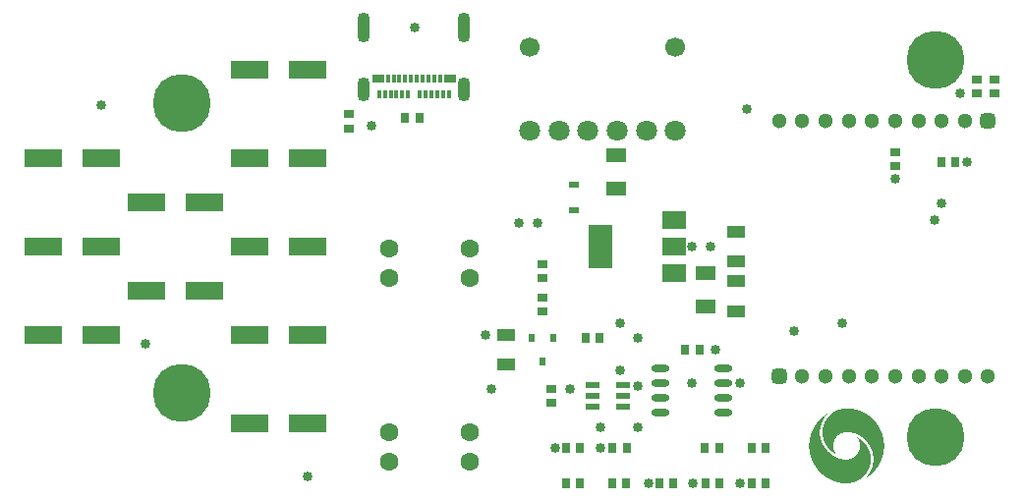
<source format=gts>
G04*
G04 #@! TF.GenerationSoftware,Altium Limited,Altium Designer,24.1.2 (44)*
G04*
G04 Layer_Color=8388736*
%FSLAX44Y44*%
%MOMM*%
G71*
G04*
G04 #@! TF.SameCoordinates,9A0184B9-0745-4BA0-A63A-3E559F80E0CB*
G04*
G04*
G04 #@! TF.FilePolarity,Negative*
G04*
G01*
G75*
%ADD16R,0.3000X0.7000*%
%ADD17R,1.0000X0.7000*%
%ADD18R,1.8000X1.3000*%
%ADD19R,1.5500X1.0000*%
%ADD20R,0.9000X0.8000*%
%ADD21R,0.6000X0.7000*%
%ADD22R,0.7500X0.8500*%
%ADD23R,2.0000X3.8000*%
%ADD24R,2.0000X1.5000*%
%ADD25R,0.8300X0.6250*%
%ADD26R,1.2200X0.6200*%
%ADD27R,0.8500X0.7500*%
%ADD28O,1.5500X0.6000*%
%ADD29R,0.8000X0.9000*%
%ADD30R,3.2000X1.6000*%
%ADD31O,1.1000X2.1000*%
%ADD32C,1.3000*%
G04:AMPARAMS|DCode=33|XSize=1.3mm|YSize=1.3mm|CornerRadius=0.325mm|HoleSize=0mm|Usage=FLASHONLY|Rotation=0.000|XOffset=0mm|YOffset=0mm|HoleType=Round|Shape=RoundedRectangle|*
%AMROUNDEDRECTD33*
21,1,1.3000,0.6500,0,0,0.0*
21,1,0.6500,1.3000,0,0,0.0*
1,1,0.6500,0.3250,-0.3250*
1,1,0.6500,-0.3250,-0.3250*
1,1,0.6500,-0.3250,0.3250*
1,1,0.6500,0.3250,0.3250*
%
%ADD33ROUNDEDRECTD33*%
%ADD34O,1.1000X2.6000*%
%ADD35C,1.6000*%
%ADD36C,5.0000*%
%ADD37C,1.7000*%
%ADD38C,1.8000*%
%ADD39C,0.8500*%
G36*
X720570Y84318D02*
X721752D01*
Y84210D01*
X722613D01*
Y84102D01*
X723258D01*
Y83995D01*
X723903D01*
Y83888D01*
X724440D01*
Y83780D01*
X724977D01*
Y83673D01*
X725515D01*
Y83565D01*
X725945D01*
Y83457D01*
X726267D01*
Y83350D01*
X726697D01*
Y83243D01*
X727128D01*
Y83135D01*
X727450D01*
Y83027D01*
X727773D01*
Y82920D01*
X728203D01*
Y82812D01*
X728525D01*
Y82705D01*
X728848D01*
Y82598D01*
X729170D01*
Y82490D01*
X729385D01*
Y82382D01*
X729707D01*
Y82275D01*
X729922D01*
Y82168D01*
X730245D01*
Y82060D01*
X730567D01*
Y81952D01*
X730782D01*
Y81845D01*
X730997D01*
Y81737D01*
X731212D01*
Y81630D01*
X731535D01*
Y81523D01*
X731750D01*
Y81415D01*
X731965D01*
Y81307D01*
X732180D01*
Y81200D01*
X732395D01*
Y81093D01*
X732610D01*
Y80985D01*
X732825D01*
Y80878D01*
X733040D01*
Y80770D01*
X733255D01*
Y80662D01*
X733470D01*
Y80555D01*
X733685D01*
Y80448D01*
X733900D01*
Y80340D01*
X734007D01*
Y80232D01*
X734222D01*
Y80125D01*
X734437D01*
Y80017D01*
X734545D01*
Y79910D01*
X734760D01*
Y79802D01*
X734975D01*
Y79695D01*
X735082D01*
Y79587D01*
X735297D01*
Y79480D01*
X735512D01*
Y79373D01*
X735620D01*
Y79265D01*
X735835D01*
Y79158D01*
X735943D01*
Y79050D01*
X736158D01*
Y78942D01*
X736265D01*
Y78835D01*
X736480D01*
Y78727D01*
X736588D01*
Y78620D01*
X736695D01*
Y78513D01*
X736910D01*
Y78405D01*
X737018D01*
Y78298D01*
X737233D01*
Y78190D01*
X737340D01*
Y78082D01*
X737448D01*
Y77975D01*
X737663D01*
Y77867D01*
X737770D01*
Y77760D01*
X737878D01*
Y77653D01*
X738092D01*
Y77545D01*
X738200D01*
Y77438D01*
X738307D01*
Y77330D01*
X738415D01*
Y77222D01*
X738630D01*
Y77115D01*
X738737D01*
Y77007D01*
X738845D01*
Y76900D01*
X738952D01*
Y76792D01*
X739060D01*
Y76685D01*
X739275D01*
Y76578D01*
X739382D01*
Y76470D01*
X739490D01*
Y76363D01*
X739597D01*
Y76255D01*
X739705D01*
Y76147D01*
X739812D01*
Y76040D01*
X739920D01*
Y75932D01*
X740027D01*
Y75825D01*
X740135D01*
Y75718D01*
X740242D01*
Y75610D01*
X740458D01*
Y75503D01*
X740565D01*
Y75395D01*
X740673D01*
Y75287D01*
X740780D01*
Y75180D01*
X740888D01*
Y75072D01*
X740995D01*
Y74965D01*
X741103D01*
Y74858D01*
X741210D01*
Y74750D01*
X741318D01*
Y74643D01*
X741425D01*
Y74535D01*
X741533D01*
Y74427D01*
X741640D01*
Y74320D01*
X741748D01*
Y74105D01*
X741855D01*
Y73998D01*
X741963D01*
Y73890D01*
X742070D01*
Y73783D01*
X742178D01*
Y73675D01*
X742285D01*
Y73568D01*
X742393D01*
Y73460D01*
X742500D01*
Y73352D01*
X742607D01*
Y73245D01*
X742715D01*
Y73137D01*
X742822D01*
Y72923D01*
X742930D01*
Y72815D01*
X743037D01*
Y72708D01*
X743145D01*
Y72600D01*
X743252D01*
Y72385D01*
X743360D01*
Y72277D01*
X743467D01*
Y72170D01*
X743575D01*
Y72063D01*
X743682D01*
Y71848D01*
X743790D01*
Y71740D01*
X743897D01*
Y71632D01*
X744005D01*
Y71525D01*
X744112D01*
Y71310D01*
X744220D01*
Y71203D01*
X744327D01*
Y70988D01*
X744435D01*
Y70880D01*
X744542D01*
Y70773D01*
X744650D01*
Y70557D01*
X744758D01*
Y70450D01*
X744865D01*
Y70235D01*
X744973D01*
Y70128D01*
X745080D01*
Y69913D01*
X745188D01*
Y69805D01*
X745295D01*
Y69590D01*
X745403D01*
Y69482D01*
X745510D01*
Y69268D01*
X745618D01*
Y69053D01*
X745725D01*
Y68945D01*
X745833D01*
Y68730D01*
X745940D01*
Y68515D01*
X746048D01*
Y68408D01*
X746155D01*
Y68193D01*
X746263D01*
Y67977D01*
X746370D01*
Y67870D01*
X746478D01*
Y67655D01*
X746585D01*
Y67440D01*
X746693D01*
Y67225D01*
X746800D01*
Y67010D01*
X746908D01*
Y66795D01*
X747015D01*
Y66580D01*
X747122D01*
Y66365D01*
X747230D01*
Y66150D01*
X747337D01*
Y65935D01*
X747445D01*
Y65720D01*
X747552D01*
Y65505D01*
X747660D01*
Y65290D01*
X747767D01*
Y64967D01*
X747875D01*
Y64752D01*
X747982D01*
Y64430D01*
X748090D01*
Y64215D01*
X748197D01*
Y64000D01*
X748305D01*
Y63678D01*
X748412D01*
Y63355D01*
X748520D01*
Y63140D01*
X748627D01*
Y62818D01*
X748735D01*
Y62495D01*
X748842D01*
Y62172D01*
X748950D01*
Y61850D01*
X749057D01*
Y61528D01*
X749165D01*
Y61097D01*
X749273D01*
Y60668D01*
X749380D01*
Y60345D01*
X749488D01*
Y59915D01*
X749595D01*
Y59485D01*
X749703D01*
Y59055D01*
X749810D01*
Y58517D01*
X749918D01*
Y57980D01*
X750025D01*
Y57335D01*
X750133D01*
Y56582D01*
X750240D01*
Y55722D01*
X750348D01*
Y54540D01*
X750455D01*
Y49810D01*
X750348D01*
Y48735D01*
X750240D01*
Y47768D01*
X750133D01*
Y47123D01*
X750025D01*
Y46477D01*
X749918D01*
Y45833D01*
X749810D01*
Y45295D01*
X749703D01*
Y44865D01*
X749595D01*
Y44435D01*
X749488D01*
Y44005D01*
X749380D01*
Y43575D01*
X749273D01*
Y43253D01*
X749165D01*
Y42930D01*
X749057D01*
Y42500D01*
X748950D01*
Y42178D01*
X748842D01*
Y41855D01*
X748735D01*
Y41533D01*
X748627D01*
Y41210D01*
X748520D01*
Y40995D01*
X748412D01*
Y40672D01*
X748305D01*
Y40565D01*
Y40458D01*
Y40350D01*
X748197D01*
Y40135D01*
X748090D01*
Y39813D01*
X747982D01*
Y39597D01*
X747875D01*
Y39275D01*
X747767D01*
Y39060D01*
X747660D01*
Y38845D01*
X747552D01*
Y38630D01*
X747445D01*
Y38415D01*
X747337D01*
Y38200D01*
X747230D01*
Y37985D01*
X747122D01*
Y37662D01*
X747015D01*
Y37448D01*
X746908D01*
Y37340D01*
X746800D01*
Y37125D01*
X746693D01*
Y36910D01*
X746585D01*
Y36695D01*
X746478D01*
Y36480D01*
X746370D01*
Y36265D01*
X746263D01*
Y36158D01*
X746155D01*
Y35942D01*
X746048D01*
Y35728D01*
X745940D01*
Y35620D01*
X745833D01*
Y35405D01*
X745725D01*
Y35190D01*
X745618D01*
Y35082D01*
X745510D01*
Y34867D01*
X745403D01*
Y34760D01*
X745295D01*
Y34545D01*
X745188D01*
Y34437D01*
X745080D01*
Y34223D01*
X744973D01*
Y34007D01*
X744865D01*
Y33900D01*
X744758D01*
Y33793D01*
X744650D01*
Y33577D01*
X744542D01*
Y33470D01*
X744435D01*
Y33363D01*
X744327D01*
Y33147D01*
X744220D01*
Y33040D01*
X744112D01*
Y32825D01*
X744005D01*
Y32717D01*
X743897D01*
Y32610D01*
X743790D01*
Y32395D01*
X743682D01*
Y32287D01*
X743575D01*
Y32180D01*
X743467D01*
Y32073D01*
X743360D01*
Y31858D01*
X743252D01*
Y31750D01*
X743145D01*
Y31642D01*
X743037D01*
Y31535D01*
X742930D01*
Y31428D01*
X742822D01*
Y31212D01*
X742715D01*
Y31105D01*
X742607D01*
Y30998D01*
X742500D01*
Y30890D01*
X742393D01*
Y30782D01*
X742285D01*
Y30675D01*
X742178D01*
Y30568D01*
X742070D01*
Y30460D01*
X741963D01*
Y30245D01*
X741855D01*
Y30138D01*
X741748D01*
Y30030D01*
X741640D01*
Y29922D01*
X741533D01*
Y29815D01*
X741425D01*
Y29708D01*
X741318D01*
Y29600D01*
X741210D01*
Y29492D01*
X741103D01*
Y29385D01*
X740995D01*
Y29278D01*
X740888D01*
Y29170D01*
X740780D01*
Y29062D01*
X740673D01*
Y28955D01*
X740565D01*
Y28847D01*
X740458D01*
Y28740D01*
X740350D01*
Y28633D01*
X740242D01*
Y28525D01*
X740135D01*
Y28417D01*
X739920D01*
Y28310D01*
X739812D01*
Y28203D01*
X739705D01*
Y28095D01*
X739597D01*
Y27987D01*
X739490D01*
Y27880D01*
X739382D01*
Y27773D01*
X739275D01*
Y27665D01*
X739167D01*
Y27557D01*
X738952D01*
Y27450D01*
X738845D01*
Y27343D01*
X738737D01*
Y27235D01*
X738630D01*
Y27127D01*
X738522D01*
Y27020D01*
X738307D01*
Y26913D01*
X738200D01*
Y26805D01*
X738092D01*
Y26697D01*
X737985D01*
Y26590D01*
X737770D01*
Y26483D01*
X737663D01*
Y26375D01*
X737555D01*
Y26267D01*
X737340D01*
Y26160D01*
X737233D01*
Y26052D01*
X737018D01*
Y25945D01*
X736910D01*
Y25838D01*
X736803D01*
Y25730D01*
X736588D01*
Y25622D01*
X736480D01*
Y25515D01*
X736265D01*
Y25408D01*
X736158D01*
Y25300D01*
X735943D01*
Y25192D01*
X735835D01*
Y25085D01*
X735620D01*
Y24978D01*
X735512D01*
Y24870D01*
X735297D01*
Y24762D01*
X735082D01*
Y24655D01*
X734975D01*
Y24548D01*
X734760D01*
Y24440D01*
X734545D01*
Y24548D01*
X734652D01*
Y24655D01*
X734760D01*
Y24762D01*
X734867D01*
Y24870D01*
X734975D01*
Y24978D01*
X735082D01*
Y25085D01*
X735190D01*
Y25192D01*
X735297D01*
Y25300D01*
X735405D01*
Y25515D01*
X735512D01*
Y25622D01*
X735620D01*
Y25730D01*
X735727D01*
Y25838D01*
X735835D01*
Y25945D01*
X735943D01*
Y26052D01*
X736050D01*
Y26267D01*
X736158D01*
Y26375D01*
X736265D01*
Y26483D01*
X736373D01*
Y26590D01*
X736480D01*
Y26805D01*
X736588D01*
Y26913D01*
X736695D01*
Y27020D01*
X736803D01*
Y27235D01*
X736910D01*
Y27343D01*
X737018D01*
Y27450D01*
X737125D01*
Y27665D01*
X737233D01*
Y27773D01*
X737340D01*
Y27987D01*
X737448D01*
Y28095D01*
X737555D01*
Y28310D01*
X737663D01*
Y28525D01*
X737770D01*
Y28633D01*
X737878D01*
Y28847D01*
X737985D01*
Y28955D01*
X738092D01*
Y29170D01*
X738200D01*
Y29385D01*
X738307D01*
Y29600D01*
X738415D01*
Y29815D01*
X738522D01*
Y29922D01*
X738630D01*
Y30138D01*
X738737D01*
Y30352D01*
X738845D01*
Y30568D01*
X738952D01*
Y30782D01*
X739060D01*
Y30998D01*
X739167D01*
Y31212D01*
X739275D01*
Y31535D01*
X739382D01*
Y31750D01*
X739490D01*
Y32073D01*
X739597D01*
Y32287D01*
X739705D01*
Y32610D01*
X739812D01*
Y32825D01*
X739920D01*
Y33147D01*
X740027D01*
Y33470D01*
X740135D01*
Y33793D01*
X740242D01*
Y34223D01*
X740350D01*
Y34545D01*
X740458D01*
Y34975D01*
X740565D01*
Y35405D01*
X740673D01*
Y35835D01*
X740780D01*
Y36372D01*
X740888D01*
Y37018D01*
X740995D01*
Y37770D01*
X741103D01*
Y38845D01*
X741210D01*
Y42607D01*
X741103D01*
Y43682D01*
X740995D01*
Y44328D01*
X740888D01*
Y44973D01*
X740780D01*
Y45510D01*
X740673D01*
Y45940D01*
X740565D01*
Y46370D01*
X740458D01*
Y46693D01*
X740350D01*
Y47123D01*
X740242D01*
Y47445D01*
X740135D01*
Y47768D01*
X740027D01*
Y48090D01*
X739920D01*
Y48412D01*
X739812D01*
Y48628D01*
X739705D01*
Y48950D01*
X739597D01*
Y49165D01*
X739490D01*
Y49488D01*
X739382D01*
Y49703D01*
X739275D01*
Y49917D01*
X739167D01*
Y50132D01*
X739060D01*
Y50347D01*
X738952D01*
Y50563D01*
X738845D01*
Y50778D01*
X738737D01*
Y50992D01*
X738630D01*
Y51207D01*
X738522D01*
Y51423D01*
X738415D01*
Y51638D01*
X738307D01*
Y51852D01*
X738200D01*
Y51960D01*
X738092D01*
Y52175D01*
X737985D01*
Y52390D01*
X737878D01*
Y52498D01*
X737770D01*
Y52712D01*
X737663D01*
Y52820D01*
X737555D01*
Y53035D01*
X737448D01*
Y53142D01*
X737340D01*
Y53358D01*
X737233D01*
Y53465D01*
X737125D01*
Y53680D01*
X737018D01*
Y53787D01*
X736910D01*
Y53895D01*
X736803D01*
Y54110D01*
X736695D01*
Y54218D01*
X736588D01*
Y54433D01*
X736480D01*
Y54540D01*
X736373D01*
Y54647D01*
X736265D01*
Y54862D01*
X736158D01*
Y54970D01*
X736050D01*
Y55078D01*
X735943D01*
Y55185D01*
X735835D01*
Y55293D01*
X735727D01*
Y55507D01*
X735620D01*
Y55615D01*
X735512D01*
Y55722D01*
X735405D01*
Y55830D01*
X735297D01*
Y55938D01*
X735190D01*
Y56153D01*
X735082D01*
Y56260D01*
X734975D01*
Y56368D01*
X734867D01*
Y56475D01*
X734760D01*
Y56582D01*
X734652D01*
Y56690D01*
X734545D01*
Y56797D01*
X734437D01*
Y56905D01*
X734330D01*
Y57013D01*
X734222D01*
Y57120D01*
X734115D01*
Y57228D01*
X734007D01*
Y57335D01*
X733900D01*
Y57442D01*
X733792D01*
Y57550D01*
X733685D01*
Y57657D01*
X733577D01*
Y57765D01*
X733470D01*
Y57873D01*
X733363D01*
Y57980D01*
X733255D01*
Y58088D01*
X733040D01*
Y58195D01*
X732933D01*
Y58302D01*
X732825D01*
Y58410D01*
X732718D01*
Y58517D01*
X732610D01*
Y58625D01*
X732503D01*
Y58733D01*
X732288D01*
Y58840D01*
X732180D01*
Y58948D01*
X732073D01*
Y59055D01*
X731965D01*
Y59163D01*
X731858D01*
Y59270D01*
X731643D01*
Y59377D01*
X731535D01*
Y59485D01*
X731320D01*
Y59592D01*
X731212D01*
Y59700D01*
X731105D01*
Y59808D01*
X730890D01*
Y59915D01*
X730782D01*
Y60023D01*
X730675D01*
Y60130D01*
X730460D01*
Y60237D01*
X730352D01*
Y60345D01*
X730137D01*
Y60452D01*
X730030D01*
Y60560D01*
X729815D01*
Y60668D01*
X729707D01*
Y60775D01*
X729492D01*
Y60883D01*
X729385D01*
Y60990D01*
X729170D01*
Y61097D01*
X728955D01*
Y61205D01*
X728740D01*
Y61312D01*
X728633D01*
Y61420D01*
X728418D01*
Y61528D01*
X728203D01*
Y61635D01*
X727988D01*
Y61743D01*
X727773D01*
Y61850D01*
X727558D01*
Y61958D01*
X727343D01*
Y62065D01*
X727128D01*
Y62172D01*
X726913D01*
Y62280D01*
X726697D01*
Y62387D01*
X726375D01*
Y62495D01*
X726160D01*
Y62603D01*
X725837D01*
Y62710D01*
X725622D01*
Y62818D01*
X725300D01*
Y62925D01*
X725085D01*
Y63032D01*
X724762D01*
Y63140D01*
X724440D01*
Y63247D01*
X724010D01*
Y63355D01*
X723688D01*
Y63463D01*
X723258D01*
Y63570D01*
X722828D01*
Y63678D01*
X722290D01*
Y63785D01*
X721752D01*
Y63892D01*
X721000D01*
Y64000D01*
X719495D01*
Y64107D01*
X718420D01*
Y64000D01*
X717022D01*
Y63892D01*
X716270D01*
Y63785D01*
X715732D01*
Y63678D01*
X715410D01*
Y63570D01*
X714980D01*
Y63463D01*
X714658D01*
Y63355D01*
X714335D01*
Y63247D01*
X714013D01*
Y63140D01*
X713798D01*
Y63032D01*
X713583D01*
Y62925D01*
X713260D01*
Y62818D01*
X713045D01*
Y62710D01*
X712830D01*
Y62603D01*
X712722D01*
Y62495D01*
X712507D01*
Y62387D01*
X712292D01*
Y62280D01*
X712185D01*
Y62172D01*
X711970D01*
Y62065D01*
X711755D01*
Y61958D01*
X711647D01*
Y61850D01*
X711540D01*
Y61743D01*
X711325D01*
Y61635D01*
X711217D01*
Y61528D01*
X711110D01*
Y61420D01*
X710895D01*
Y61312D01*
X710788D01*
Y61205D01*
X710680D01*
Y61097D01*
X710573D01*
Y60990D01*
X710465D01*
Y60883D01*
X710358D01*
Y60775D01*
X710250D01*
Y60668D01*
X710143D01*
Y60560D01*
X710035D01*
Y60452D01*
X709928D01*
Y60345D01*
X709820D01*
Y60237D01*
X709713D01*
Y60130D01*
X709605D01*
Y60023D01*
X709498D01*
Y59808D01*
X709390D01*
Y59700D01*
X709283D01*
Y59592D01*
X709175D01*
Y59485D01*
X709068D01*
Y59270D01*
X708960D01*
Y59163D01*
X708852D01*
Y58948D01*
X708745D01*
Y58840D01*
X708637D01*
Y58625D01*
X708530D01*
Y58517D01*
X708422D01*
Y58302D01*
X708315D01*
Y58088D01*
X708207D01*
Y57873D01*
X708100D01*
Y57657D01*
X707992D01*
Y57442D01*
X707885D01*
Y57228D01*
X707777D01*
Y57013D01*
X707670D01*
Y56797D01*
X707562D01*
Y56475D01*
X707455D01*
Y56260D01*
X707347D01*
Y55938D01*
X707240D01*
Y55615D01*
X707132D01*
Y55185D01*
X707025D01*
Y54862D01*
X706917D01*
Y54218D01*
X706810D01*
Y53680D01*
X706702D01*
Y50455D01*
X706810D01*
Y49810D01*
X706917D01*
Y49380D01*
X707025D01*
Y48950D01*
X707132D01*
Y48628D01*
X707240D01*
Y48305D01*
X707347D01*
Y47983D01*
X707455D01*
Y47768D01*
X707562D01*
Y47445D01*
X707670D01*
Y47230D01*
X707777D01*
Y47015D01*
X707885D01*
Y46800D01*
X707992D01*
Y46585D01*
X708100D01*
Y46370D01*
X708207D01*
Y46262D01*
X708315D01*
Y46048D01*
X708422D01*
Y45833D01*
X708530D01*
Y45725D01*
X708637D01*
Y45510D01*
X708745D01*
Y45402D01*
X708852D01*
Y45295D01*
X708960D01*
Y45080D01*
X709068D01*
Y44973D01*
X709175D01*
Y44865D01*
X709283D01*
Y44757D01*
X709068D01*
Y44865D01*
X708960D01*
Y44973D01*
X708745D01*
Y45080D01*
X708530D01*
Y45188D01*
X708315D01*
Y45295D01*
X708207D01*
Y45402D01*
X707992D01*
Y45510D01*
X707777D01*
Y45617D01*
X707670D01*
Y45725D01*
X707455D01*
Y45833D01*
X707347D01*
Y45940D01*
X707132D01*
Y46048D01*
X707025D01*
Y46155D01*
X706810D01*
Y46262D01*
X706702D01*
Y46370D01*
X706595D01*
Y46477D01*
X706380D01*
Y46585D01*
X706273D01*
Y46693D01*
X706165D01*
Y46800D01*
X706058D01*
Y46908D01*
X705843D01*
Y47015D01*
X705735D01*
Y47123D01*
X705628D01*
Y47230D01*
X705520D01*
Y47337D01*
X705305D01*
Y47445D01*
X705198D01*
Y47552D01*
X705090D01*
Y47660D01*
X704983D01*
Y47768D01*
X704875D01*
Y47875D01*
X704768D01*
Y47983D01*
X704660D01*
Y48090D01*
X704445D01*
Y48197D01*
X704337D01*
Y48305D01*
X704230D01*
Y48412D01*
X704122D01*
Y48520D01*
X704015D01*
Y48628D01*
X703907D01*
Y48735D01*
X703800D01*
Y48843D01*
X703692D01*
Y48950D01*
X703585D01*
Y49057D01*
X703477D01*
Y49165D01*
X703370D01*
Y49272D01*
X703262D01*
Y49380D01*
X703155D01*
Y49488D01*
X703047D01*
Y49595D01*
X702940D01*
Y49810D01*
X702832D01*
Y49917D01*
X702725D01*
Y50025D01*
X702617D01*
Y50132D01*
X702510D01*
Y50240D01*
X702402D01*
Y50347D01*
X702295D01*
Y50563D01*
X702188D01*
Y50670D01*
X702080D01*
Y50778D01*
X701973D01*
Y50885D01*
X701865D01*
Y51100D01*
X701758D01*
Y51207D01*
X701650D01*
Y51315D01*
X701543D01*
Y51530D01*
X701435D01*
Y51638D01*
X701328D01*
Y51745D01*
X701220D01*
Y51960D01*
X701113D01*
Y52067D01*
X701005D01*
Y52283D01*
X700898D01*
Y52390D01*
X700790D01*
Y52605D01*
X700683D01*
Y52712D01*
X700575D01*
Y52927D01*
X700468D01*
Y53035D01*
X700360D01*
Y53250D01*
X700253D01*
Y53465D01*
X700145D01*
Y53680D01*
X700038D01*
Y53787D01*
X699930D01*
Y54002D01*
X699822D01*
Y54218D01*
X699715D01*
Y54433D01*
X699607D01*
Y54647D01*
X699500D01*
Y54862D01*
X699392D01*
Y55078D01*
X699285D01*
Y55293D01*
X699177D01*
Y55507D01*
X699070D01*
Y55722D01*
X698962D01*
Y56045D01*
X698855D01*
Y56260D01*
X698747D01*
Y56582D01*
X698640D01*
Y56797D01*
X698532D01*
Y57120D01*
X698425D01*
Y57442D01*
X698317D01*
Y57765D01*
X698210D01*
Y58195D01*
X698102D01*
Y58517D01*
X697995D01*
Y58948D01*
X697887D01*
Y59377D01*
X697780D01*
Y59915D01*
X697673D01*
Y60668D01*
X697565D01*
Y61420D01*
X697458D01*
Y62925D01*
X697350D01*
Y64107D01*
X697458D01*
Y65720D01*
X697565D01*
Y66580D01*
X697673D01*
Y67225D01*
X697780D01*
Y67762D01*
X697887D01*
Y68300D01*
X697995D01*
Y68730D01*
X698102D01*
Y69160D01*
X698210D01*
Y69482D01*
X698317D01*
Y69805D01*
X698425D01*
Y70235D01*
X698532D01*
Y70557D01*
X698640D01*
Y70773D01*
X698747D01*
Y71095D01*
X698855D01*
Y71417D01*
X698962D01*
Y71632D01*
X699070D01*
Y71955D01*
X699177D01*
Y72170D01*
X699285D01*
Y72385D01*
X699392D01*
Y72600D01*
X699500D01*
Y72815D01*
X699607D01*
Y73030D01*
X699715D01*
Y73245D01*
X699822D01*
Y73460D01*
X699930D01*
Y73675D01*
X700038D01*
Y73890D01*
X700145D01*
Y74105D01*
X700253D01*
Y74212D01*
X700360D01*
Y74427D01*
X700468D01*
Y74643D01*
X700575D01*
Y74750D01*
X700683D01*
Y74965D01*
X700790D01*
Y75072D01*
X700898D01*
Y75287D01*
X701005D01*
Y75395D01*
X701113D01*
Y75610D01*
X701220D01*
Y75718D01*
X701328D01*
Y75932D01*
X701435D01*
Y76040D01*
X701543D01*
Y76147D01*
X701650D01*
Y76363D01*
X701758D01*
Y76470D01*
X701865D01*
Y76578D01*
X701973D01*
Y76792D01*
X702080D01*
Y76900D01*
X702188D01*
Y77007D01*
X702295D01*
Y77115D01*
X702402D01*
Y77222D01*
X702510D01*
Y77438D01*
X702617D01*
Y77545D01*
X702725D01*
Y77653D01*
X702832D01*
Y77760D01*
X702940D01*
Y77867D01*
X703047D01*
Y77975D01*
X703155D01*
Y78082D01*
X703262D01*
Y78190D01*
X703370D01*
Y78298D01*
X703477D01*
Y78405D01*
X703585D01*
Y78513D01*
X703692D01*
Y78620D01*
X703800D01*
Y78727D01*
X703907D01*
Y78835D01*
X704015D01*
Y78942D01*
X704122D01*
Y79050D01*
X704230D01*
Y79158D01*
X704337D01*
Y79265D01*
X704445D01*
Y79373D01*
X704660D01*
Y79480D01*
X704768D01*
Y79587D01*
X704875D01*
Y79695D01*
X704983D01*
Y79802D01*
X705090D01*
Y79910D01*
X705305D01*
Y80017D01*
X705413D01*
Y80125D01*
X705520D01*
Y80232D01*
X705628D01*
Y80340D01*
X705843D01*
Y80448D01*
X705950D01*
Y80555D01*
X706165D01*
Y80662D01*
X706273D01*
Y80770D01*
X706380D01*
Y80878D01*
X706595D01*
Y80985D01*
X706702D01*
Y81093D01*
X706917D01*
Y81200D01*
X707132D01*
Y81307D01*
X707240D01*
Y81415D01*
X707455D01*
Y81523D01*
X707562D01*
Y81630D01*
X707777D01*
Y81737D01*
X707992D01*
Y81845D01*
X708207D01*
Y81952D01*
X708422D01*
Y82060D01*
X708637D01*
Y82168D01*
X708852D01*
Y82275D01*
X709068D01*
Y82382D01*
X709283D01*
Y82490D01*
X709498D01*
Y82598D01*
X709713D01*
Y82705D01*
X709928D01*
Y82812D01*
X710250D01*
Y82920D01*
X710465D01*
Y83027D01*
X710788D01*
Y83135D01*
X711110D01*
Y83243D01*
X711325D01*
Y83350D01*
X711755D01*
Y83457D01*
X712077D01*
Y83565D01*
X712400D01*
Y83673D01*
X712830D01*
Y83780D01*
X713260D01*
Y83888D01*
X713690D01*
Y83995D01*
X714335D01*
Y84102D01*
X714873D01*
Y84210D01*
X715625D01*
Y84318D01*
X716700D01*
Y84425D01*
X720570D01*
Y84318D01*
D02*
G37*
G36*
X701865Y79802D02*
X701758D01*
Y79695D01*
X701650D01*
Y79587D01*
X701543D01*
Y79480D01*
X701435D01*
Y79373D01*
X701328D01*
Y79265D01*
X701220D01*
Y79050D01*
X701113D01*
Y78942D01*
X701005D01*
Y78835D01*
X700898D01*
Y78727D01*
X700790D01*
Y78620D01*
X700683D01*
Y78513D01*
X700575D01*
Y78405D01*
X700468D01*
Y78190D01*
X700360D01*
Y78082D01*
X700253D01*
Y77975D01*
X700145D01*
Y77867D01*
X700038D01*
Y77653D01*
X699930D01*
Y77545D01*
X699822D01*
Y77438D01*
X699715D01*
Y77222D01*
X699607D01*
Y77115D01*
X699500D01*
Y77007D01*
X699392D01*
Y76792D01*
X699285D01*
Y76685D01*
X699177D01*
Y76470D01*
X699070D01*
Y76363D01*
X698962D01*
Y76147D01*
X698855D01*
Y76040D01*
X698747D01*
Y75825D01*
X698640D01*
Y75610D01*
X698532D01*
Y75503D01*
X698425D01*
Y75287D01*
X698317D01*
Y75072D01*
X698210D01*
Y74965D01*
X698102D01*
Y74750D01*
X697995D01*
Y74535D01*
X697887D01*
Y74320D01*
X697780D01*
Y74105D01*
X697673D01*
Y73890D01*
X697565D01*
Y73675D01*
X697458D01*
Y73460D01*
X697350D01*
Y73245D01*
X697243D01*
Y73030D01*
X697135D01*
Y72815D01*
X697028D01*
Y72492D01*
X696920D01*
Y72277D01*
X696813D01*
Y71955D01*
X696705D01*
Y71740D01*
X696598D01*
Y71417D01*
X696490D01*
Y71095D01*
X696383D01*
Y70773D01*
X696275D01*
Y70450D01*
X696168D01*
Y70020D01*
X696060D01*
Y69697D01*
X695953D01*
Y69268D01*
X695845D01*
Y68837D01*
X695738D01*
Y68408D01*
X695630D01*
Y67762D01*
X695523D01*
Y67225D01*
X695415D01*
Y66365D01*
X695307D01*
Y65182D01*
X695200D01*
Y62065D01*
X695307D01*
Y60883D01*
X695415D01*
Y60130D01*
X695523D01*
Y59485D01*
X695630D01*
Y58948D01*
X695738D01*
Y58517D01*
X695845D01*
Y58088D01*
X695953D01*
Y57657D01*
X696060D01*
Y57228D01*
X696168D01*
Y56905D01*
X696275D01*
Y56582D01*
X696383D01*
Y56260D01*
X696490D01*
Y56045D01*
X696598D01*
Y55722D01*
X696705D01*
Y55400D01*
X696813D01*
Y55185D01*
X696920D01*
Y54970D01*
X697028D01*
Y54647D01*
X697135D01*
Y54433D01*
X697243D01*
Y54218D01*
X697350D01*
Y54002D01*
X697458D01*
Y53787D01*
X697565D01*
Y53573D01*
X697673D01*
Y53358D01*
X697780D01*
Y53142D01*
X697887D01*
Y52927D01*
X697995D01*
Y52712D01*
X698102D01*
Y52605D01*
X698210D01*
Y52390D01*
X698317D01*
Y52175D01*
X698425D01*
Y52067D01*
X698532D01*
Y51852D01*
X698640D01*
Y51638D01*
X698747D01*
Y51530D01*
X698855D01*
Y51315D01*
X698962D01*
Y51207D01*
X699070D01*
Y50992D01*
X699177D01*
Y50885D01*
X699285D01*
Y50778D01*
X699392D01*
Y50563D01*
X699500D01*
Y50455D01*
X699607D01*
Y50240D01*
X699715D01*
Y50132D01*
X699822D01*
Y49917D01*
X699930D01*
Y49810D01*
X700038D01*
Y49703D01*
X700145D01*
Y49488D01*
X700253D01*
Y49380D01*
X700360D01*
Y49272D01*
X700468D01*
Y49165D01*
X700575D01*
Y49057D01*
X700683D01*
Y48843D01*
X700790D01*
Y48735D01*
X700898D01*
Y48628D01*
X701005D01*
Y48520D01*
X701113D01*
Y48412D01*
X701220D01*
Y48305D01*
X701328D01*
Y48090D01*
X701435D01*
Y47983D01*
X701543D01*
Y47875D01*
X701650D01*
Y47768D01*
X701758D01*
Y47660D01*
X701865D01*
Y47552D01*
X701973D01*
Y47445D01*
X702080D01*
Y47337D01*
X702188D01*
Y47230D01*
X702295D01*
Y47123D01*
X702402D01*
Y47015D01*
X702510D01*
Y46908D01*
X702617D01*
Y46800D01*
X702725D01*
Y46693D01*
X702832D01*
Y46585D01*
X702940D01*
Y46477D01*
X703047D01*
Y46370D01*
X703155D01*
Y46262D01*
X703370D01*
Y46155D01*
X703477D01*
Y46048D01*
X703585D01*
Y45940D01*
X703692D01*
Y45833D01*
X703800D01*
Y45725D01*
X703907D01*
Y45617D01*
X704122D01*
Y45510D01*
X704230D01*
Y45402D01*
X704337D01*
Y45295D01*
X704445D01*
Y45188D01*
X704553D01*
Y45080D01*
X704768D01*
Y44973D01*
X704875D01*
Y44865D01*
X704983D01*
Y44757D01*
X705198D01*
Y44650D01*
X705305D01*
Y44542D01*
X705520D01*
Y44435D01*
X705628D01*
Y44328D01*
X705735D01*
Y44220D01*
X705950D01*
Y44113D01*
X706058D01*
Y44005D01*
X706273D01*
Y43898D01*
X706380D01*
Y43790D01*
X706595D01*
Y43682D01*
X706702D01*
Y43575D01*
X706917D01*
Y43467D01*
X707025D01*
Y43360D01*
X707240D01*
Y43253D01*
X707455D01*
Y43145D01*
X707670D01*
Y43038D01*
X707777D01*
Y42930D01*
X707992D01*
Y42822D01*
X708207D01*
Y42715D01*
X708422D01*
Y42607D01*
X708637D01*
Y42500D01*
X708852D01*
Y42393D01*
X709068D01*
Y42285D01*
X709283D01*
Y42178D01*
X709498D01*
Y42070D01*
X709713D01*
Y41962D01*
X709928D01*
Y41855D01*
X710250D01*
Y41747D01*
X710465D01*
Y41640D01*
X710788D01*
Y41533D01*
X711003D01*
Y41425D01*
X711325D01*
Y41318D01*
X711647D01*
Y41210D01*
X711970D01*
Y41102D01*
X712400D01*
Y40995D01*
X712722D01*
Y40887D01*
X713152D01*
Y40780D01*
X713583D01*
Y40672D01*
X714120D01*
Y40565D01*
X714658D01*
Y40458D01*
X715410D01*
Y40350D01*
X716485D01*
Y40243D01*
X718420D01*
Y40350D01*
X719495D01*
Y40458D01*
X720140D01*
Y40565D01*
X720677D01*
Y40672D01*
X721107D01*
Y40780D01*
X721430D01*
Y40887D01*
X721752D01*
Y40995D01*
X722182D01*
Y41102D01*
X722398D01*
Y41210D01*
X722613D01*
Y41318D01*
X722935D01*
Y41425D01*
X723150D01*
Y41533D01*
X723365D01*
Y41640D01*
X723580D01*
Y41747D01*
X723795D01*
Y41855D01*
X724010D01*
Y41962D01*
X724118D01*
Y42070D01*
X724333D01*
Y42178D01*
X724548D01*
Y42285D01*
X724655D01*
Y42393D01*
X724762D01*
Y42500D01*
X724977D01*
Y42607D01*
X725085D01*
Y42715D01*
X725192D01*
Y42822D01*
X725407D01*
Y42930D01*
X725515D01*
Y43038D01*
X725622D01*
Y43145D01*
X725730D01*
Y43253D01*
X725837D01*
Y43360D01*
X725945D01*
Y43467D01*
X726052D01*
Y43575D01*
X726160D01*
Y43682D01*
X726267D01*
Y43790D01*
X726375D01*
Y43898D01*
X726482D01*
Y44005D01*
X726590D01*
Y44113D01*
X726697D01*
Y44220D01*
X726805D01*
Y44328D01*
X726913D01*
Y44435D01*
X727020D01*
Y44650D01*
X727128D01*
Y44757D01*
X727235D01*
Y44865D01*
X727343D01*
Y44973D01*
X727450D01*
Y45188D01*
X727558D01*
Y45295D01*
X727665D01*
Y45510D01*
X727773D01*
Y45617D01*
X727880D01*
Y45833D01*
X727988D01*
Y45940D01*
X728095D01*
Y46155D01*
X728203D01*
Y46370D01*
X728310D01*
Y46585D01*
X728418D01*
Y46800D01*
X728525D01*
Y47015D01*
X728633D01*
Y47230D01*
X728740D01*
Y47552D01*
X728848D01*
Y47768D01*
X728955D01*
Y48090D01*
X729062D01*
Y48305D01*
X729170D01*
Y48628D01*
X729277D01*
Y49057D01*
X729385D01*
Y49488D01*
X729492D01*
Y50025D01*
X729600D01*
Y50563D01*
X729707D01*
Y51638D01*
X729815D01*
Y53035D01*
X729707D01*
Y54110D01*
X729600D01*
Y54647D01*
X729492D01*
Y55078D01*
X729385D01*
Y55507D01*
X729277D01*
Y55830D01*
X729170D01*
Y56153D01*
X729062D01*
Y56368D01*
X728955D01*
Y56690D01*
X728848D01*
Y56905D01*
X728740D01*
Y57120D01*
X728633D01*
Y57335D01*
X728525D01*
Y57550D01*
X728418D01*
Y57765D01*
X728310D01*
Y57980D01*
X728203D01*
Y58088D01*
X728095D01*
Y58302D01*
X727988D01*
Y58517D01*
X727880D01*
Y58625D01*
X727773D01*
Y58840D01*
X727665D01*
Y58948D01*
X727558D01*
Y59055D01*
X727450D01*
Y59270D01*
X727343D01*
Y59377D01*
X727235D01*
Y59485D01*
X727128D01*
Y59592D01*
X727343D01*
Y59485D01*
X727450D01*
Y59377D01*
X727665D01*
Y59270D01*
X727880D01*
Y59163D01*
X728095D01*
Y59055D01*
X728203D01*
Y58948D01*
X728418D01*
Y58840D01*
X728525D01*
Y58733D01*
X728740D01*
Y58625D01*
X728848D01*
Y58517D01*
X729062D01*
Y58410D01*
X729170D01*
Y58302D01*
X729385D01*
Y58195D01*
X729492D01*
Y58088D01*
X729707D01*
Y57980D01*
X729815D01*
Y57873D01*
X729922D01*
Y57765D01*
X730137D01*
Y57657D01*
X730245D01*
Y57550D01*
X730352D01*
Y57442D01*
X730567D01*
Y57335D01*
X730675D01*
Y57228D01*
X730782D01*
Y57120D01*
X730890D01*
Y57013D01*
X731105D01*
Y56905D01*
X731212D01*
Y56797D01*
X731320D01*
Y56690D01*
X731428D01*
Y56582D01*
X731535D01*
Y56475D01*
X731643D01*
Y56368D01*
X731750D01*
Y56260D01*
X731965D01*
Y56153D01*
X732073D01*
Y56045D01*
X732180D01*
Y55938D01*
X732288D01*
Y55830D01*
X732395D01*
Y55722D01*
X732503D01*
Y55615D01*
X732610D01*
Y55507D01*
X732718D01*
Y55400D01*
X732825D01*
Y55293D01*
X732933D01*
Y55185D01*
X733040D01*
Y55078D01*
X733148D01*
Y54970D01*
X733255D01*
Y54862D01*
X733363D01*
Y54755D01*
X733470D01*
Y54540D01*
X733577D01*
Y54433D01*
X733685D01*
Y54325D01*
X733792D01*
Y54218D01*
X733900D01*
Y54110D01*
X734007D01*
Y54002D01*
X734115D01*
Y53787D01*
X734222D01*
Y53680D01*
X734330D01*
Y53573D01*
X734437D01*
Y53465D01*
X734545D01*
Y53250D01*
X734652D01*
Y53142D01*
X734760D01*
Y53035D01*
X734867D01*
Y52820D01*
X734975D01*
Y52712D01*
X735082D01*
Y52605D01*
X735190D01*
Y52390D01*
X735297D01*
Y52283D01*
X735405D01*
Y52067D01*
X735512D01*
Y51960D01*
X735620D01*
Y51745D01*
X735727D01*
Y51638D01*
X735835D01*
Y51423D01*
X735943D01*
Y51315D01*
X736050D01*
Y51100D01*
X736158D01*
Y50885D01*
X736265D01*
Y50778D01*
X736373D01*
Y50563D01*
X736480D01*
Y50347D01*
X736588D01*
Y50132D01*
X736695D01*
Y49917D01*
X736803D01*
Y49810D01*
X736910D01*
Y49488D01*
X737018D01*
Y49272D01*
X737125D01*
Y49057D01*
X737233D01*
Y48843D01*
X737340D01*
Y48628D01*
X737448D01*
Y48305D01*
X737555D01*
Y48090D01*
X737663D01*
Y47875D01*
X737770D01*
Y47552D01*
X737878D01*
Y47230D01*
X737985D01*
Y46908D01*
X738092D01*
Y46585D01*
X738200D01*
Y46262D01*
X738307D01*
Y45833D01*
X738415D01*
Y45510D01*
X738522D01*
Y44973D01*
X738630D01*
Y44435D01*
X738737D01*
Y43898D01*
X738845D01*
Y43038D01*
X738952D01*
Y41747D01*
X739060D01*
Y39813D01*
X738952D01*
Y38523D01*
X738845D01*
Y37662D01*
X738737D01*
Y37018D01*
X738630D01*
Y36480D01*
X738522D01*
Y35942D01*
X738415D01*
Y35512D01*
X738307D01*
Y35082D01*
X738200D01*
Y34760D01*
X738092D01*
Y34437D01*
X737985D01*
Y34115D01*
X737878D01*
Y33793D01*
X737770D01*
Y33470D01*
X737663D01*
Y33147D01*
X737555D01*
Y32933D01*
X737448D01*
Y32610D01*
X737340D01*
Y32395D01*
X737233D01*
Y32180D01*
X737125D01*
Y31965D01*
X737018D01*
Y31750D01*
X736910D01*
Y31428D01*
X736803D01*
Y31212D01*
X736695D01*
Y30998D01*
X736588D01*
Y30890D01*
X736480D01*
Y30675D01*
X736373D01*
Y30460D01*
X736265D01*
Y30245D01*
X736158D01*
Y30030D01*
X736050D01*
Y29922D01*
X735943D01*
Y29708D01*
X735835D01*
Y29492D01*
X735727D01*
Y29385D01*
X735620D01*
Y29170D01*
X735512D01*
Y29062D01*
X735405D01*
Y28847D01*
X735297D01*
Y28740D01*
X735190D01*
Y28525D01*
X735082D01*
Y28417D01*
X734975D01*
Y28310D01*
X734867D01*
Y28095D01*
X734760D01*
Y27987D01*
X734652D01*
Y27880D01*
X734545D01*
Y27665D01*
X734437D01*
Y27557D01*
X734330D01*
Y27450D01*
X734222D01*
Y27343D01*
X734115D01*
Y27235D01*
X734007D01*
Y27020D01*
X733900D01*
Y26913D01*
X733792D01*
Y26805D01*
X733685D01*
Y26697D01*
X733577D01*
Y26590D01*
X733470D01*
Y26483D01*
X733363D01*
Y26375D01*
X733255D01*
Y26267D01*
X733148D01*
Y26160D01*
X733040D01*
Y26052D01*
X732933D01*
Y25945D01*
X732825D01*
Y25838D01*
X732718D01*
Y25730D01*
X732610D01*
Y25622D01*
X732503D01*
Y25515D01*
X732395D01*
Y25408D01*
X732288D01*
Y25300D01*
X732180D01*
Y25192D01*
X732073D01*
Y25085D01*
X731965D01*
Y24978D01*
X731858D01*
Y24870D01*
X731750D01*
Y24762D01*
X731643D01*
Y24655D01*
X731428D01*
Y24548D01*
X731320D01*
Y24440D01*
X731212D01*
Y24332D01*
X731105D01*
Y24225D01*
X730890D01*
Y24118D01*
X730782D01*
Y24010D01*
X730675D01*
Y23902D01*
X730460D01*
Y23795D01*
X730352D01*
Y23688D01*
X730137D01*
Y23580D01*
X730030D01*
Y23472D01*
X729922D01*
Y23365D01*
X729707D01*
Y23258D01*
X729492D01*
Y23150D01*
X729385D01*
Y23043D01*
X729170D01*
Y22935D01*
X729062D01*
Y22827D01*
X728848D01*
Y22720D01*
X728633D01*
Y22613D01*
X728418D01*
Y22505D01*
X728310D01*
Y22397D01*
X728095D01*
Y22290D01*
X727880D01*
Y22183D01*
X727665D01*
Y22075D01*
X727450D01*
Y21967D01*
X727235D01*
Y21860D01*
X727020D01*
Y21753D01*
X726697D01*
Y21645D01*
X726482D01*
Y21537D01*
X726267D01*
Y21430D01*
X725945D01*
Y21323D01*
X725622D01*
Y21215D01*
X725407D01*
Y21107D01*
X725085D01*
Y21000D01*
X724762D01*
Y20893D01*
X724440D01*
Y20785D01*
X724010D01*
Y20677D01*
X723688D01*
Y20570D01*
X723258D01*
Y20463D01*
X722720D01*
Y20355D01*
X722182D01*
Y20247D01*
X721645D01*
Y20140D01*
X720892D01*
Y20032D01*
X719818D01*
Y19925D01*
X715732D01*
Y20032D01*
X714550D01*
Y20140D01*
X713798D01*
Y20247D01*
X713045D01*
Y20355D01*
X712400D01*
Y20463D01*
X711862D01*
Y20570D01*
X711432D01*
Y20677D01*
X710895D01*
Y20785D01*
X710465D01*
Y20893D01*
X710035D01*
Y21000D01*
X709605D01*
Y21107D01*
X709175D01*
Y21215D01*
X708852D01*
Y21323D01*
X708530D01*
Y21430D01*
X708207D01*
Y21537D01*
X707885D01*
Y21645D01*
X707562D01*
Y21753D01*
X707240D01*
Y21860D01*
X707025D01*
Y21967D01*
X706702D01*
Y22075D01*
X706380D01*
Y22183D01*
X706165D01*
Y22290D01*
X705843D01*
Y22397D01*
X705628D01*
Y22505D01*
X705413D01*
Y22613D01*
X705090D01*
Y22720D01*
X704875D01*
Y22827D01*
X704660D01*
Y22935D01*
X704445D01*
Y23043D01*
X704230D01*
Y23150D01*
X704015D01*
Y23258D01*
X703800D01*
Y23365D01*
X703585D01*
Y23472D01*
X703370D01*
Y23580D01*
X703155D01*
Y23688D01*
X702940D01*
Y23795D01*
X702725D01*
Y23902D01*
X702510D01*
Y24010D01*
X702402D01*
Y24118D01*
X702188D01*
Y24225D01*
X701973D01*
Y24332D01*
X701865D01*
Y24440D01*
X701650D01*
Y24548D01*
X701435D01*
Y24655D01*
X701328D01*
Y24762D01*
X701113D01*
Y24870D01*
X700898D01*
Y24978D01*
X700790D01*
Y25085D01*
X700575D01*
Y25192D01*
X700468D01*
Y25300D01*
X700253D01*
Y25408D01*
X700145D01*
Y25515D01*
X699930D01*
Y25622D01*
X699822D01*
Y25730D01*
X699607D01*
Y25838D01*
X699500D01*
Y25945D01*
X699392D01*
Y26052D01*
X699177D01*
Y26160D01*
X699070D01*
Y26267D01*
X698855D01*
Y26375D01*
X698747D01*
Y26483D01*
X698640D01*
Y26590D01*
X698425D01*
Y26697D01*
X698317D01*
Y26805D01*
X698210D01*
Y26913D01*
X698102D01*
Y27020D01*
X697995D01*
Y27127D01*
X697780D01*
Y27235D01*
X697673D01*
Y27343D01*
X697565D01*
Y27450D01*
X697458D01*
Y27557D01*
X697243D01*
Y27665D01*
X697135D01*
Y27773D01*
X697028D01*
Y27880D01*
X696920D01*
Y27987D01*
X696813D01*
Y28095D01*
X696705D01*
Y28203D01*
X696598D01*
Y28310D01*
X696490D01*
Y28417D01*
X696383D01*
Y28525D01*
X696275D01*
Y28633D01*
X696060D01*
Y28740D01*
X695953D01*
Y28847D01*
X695845D01*
Y28955D01*
X695738D01*
Y29062D01*
X695630D01*
Y29170D01*
X695523D01*
Y29278D01*
X695415D01*
Y29385D01*
X695307D01*
Y29492D01*
X695200D01*
Y29600D01*
X695092D01*
Y29708D01*
X694985D01*
Y29815D01*
X694877D01*
Y29922D01*
X694770D01*
Y30030D01*
X694662D01*
Y30245D01*
X694555D01*
Y30352D01*
X694447D01*
Y30460D01*
X694340D01*
Y30568D01*
X694232D01*
Y30675D01*
X694125D01*
Y30782D01*
X694017D01*
Y30890D01*
X693910D01*
Y30998D01*
X693802D01*
Y31105D01*
X693695D01*
Y31212D01*
X693587D01*
Y31428D01*
X693480D01*
Y31535D01*
X693372D01*
Y31642D01*
X693265D01*
Y31750D01*
X693158D01*
Y31965D01*
X693050D01*
Y32073D01*
X692943D01*
Y32180D01*
X692835D01*
Y32287D01*
X692728D01*
Y32503D01*
X692620D01*
Y32610D01*
X692513D01*
Y32717D01*
X692405D01*
Y32825D01*
X692298D01*
Y33040D01*
X692190D01*
Y33147D01*
X692083D01*
Y33363D01*
X691975D01*
Y33470D01*
X691868D01*
Y33685D01*
X691760D01*
Y33793D01*
X691653D01*
Y33900D01*
X691545D01*
Y34115D01*
X691438D01*
Y34223D01*
X691330D01*
Y34437D01*
X691223D01*
Y34545D01*
X691115D01*
Y34760D01*
X691008D01*
Y34867D01*
X690900D01*
Y35082D01*
X690792D01*
Y35298D01*
X690685D01*
Y35405D01*
X690577D01*
Y35620D01*
X690470D01*
Y35835D01*
X690362D01*
Y35942D01*
X690255D01*
Y36158D01*
X690147D01*
Y36372D01*
X690040D01*
Y36480D01*
X689932D01*
Y36695D01*
X689825D01*
Y36910D01*
X689717D01*
Y37125D01*
X689610D01*
Y37340D01*
X689502D01*
Y37555D01*
X689395D01*
Y37770D01*
X689287D01*
Y37985D01*
X689180D01*
Y38200D01*
X689072D01*
Y38415D01*
X688965D01*
Y38630D01*
X688857D01*
Y38845D01*
X688750D01*
Y39167D01*
X688643D01*
Y39383D01*
X688535D01*
Y39597D01*
X688428D01*
Y39920D01*
X688320D01*
Y40135D01*
X688213D01*
Y40458D01*
X688105D01*
Y40672D01*
X687998D01*
Y40995D01*
X687890D01*
Y41318D01*
X687783D01*
Y41640D01*
X687675D01*
Y41962D01*
X687568D01*
Y42285D01*
X687460D01*
Y42607D01*
X687353D01*
Y42822D01*
X687245D01*
Y43253D01*
X687138D01*
Y43682D01*
X687030D01*
Y44113D01*
X686923D01*
Y44542D01*
X686815D01*
Y44865D01*
X686708D01*
Y45402D01*
X686600D01*
Y45940D01*
X686492D01*
Y46477D01*
X686385D01*
Y47123D01*
X686277D01*
Y47875D01*
X686170D01*
Y48735D01*
X686062D01*
Y49917D01*
X685955D01*
Y54433D01*
X686062D01*
Y55507D01*
X686170D01*
Y56475D01*
X686277D01*
Y57120D01*
X686385D01*
Y57765D01*
X686492D01*
Y58410D01*
X686600D01*
Y58948D01*
X686708D01*
Y59377D01*
X686815D01*
Y59808D01*
X686923D01*
Y60237D01*
X687030D01*
Y60668D01*
X687138D01*
Y61097D01*
X687245D01*
Y61420D01*
X687353D01*
Y61743D01*
X687460D01*
Y62065D01*
X687568D01*
Y62495D01*
X687675D01*
Y62818D01*
X687783D01*
Y63032D01*
X687890D01*
Y63355D01*
X687998D01*
Y63678D01*
X688105D01*
Y63892D01*
X688213D01*
Y64215D01*
X688320D01*
Y64430D01*
X688428D01*
Y64752D01*
X688535D01*
Y64967D01*
X688643D01*
Y65182D01*
X688750D01*
Y65398D01*
X688857D01*
Y65720D01*
X688965D01*
Y65935D01*
X689072D01*
Y66150D01*
X689180D01*
Y66365D01*
X689287D01*
Y66580D01*
X689395D01*
Y66795D01*
X689502D01*
Y67010D01*
X689610D01*
Y67225D01*
X689717D01*
Y67440D01*
X689825D01*
Y67547D01*
X689932D01*
Y67762D01*
X690040D01*
Y67977D01*
X690147D01*
Y68193D01*
X690255D01*
Y68408D01*
X690362D01*
Y68515D01*
X690470D01*
Y68730D01*
X690577D01*
Y68945D01*
X690685D01*
Y69053D01*
X690792D01*
Y69268D01*
X690900D01*
Y69375D01*
X691008D01*
Y69590D01*
X691115D01*
Y69697D01*
X691223D01*
Y69913D01*
X691330D01*
Y70128D01*
X691438D01*
Y70235D01*
X691545D01*
Y70450D01*
X691653D01*
Y70557D01*
X691760D01*
Y70665D01*
X691868D01*
Y70880D01*
X691975D01*
Y70988D01*
X692083D01*
Y71095D01*
X692190D01*
Y71310D01*
X692298D01*
Y71417D01*
X692405D01*
Y71632D01*
X692513D01*
Y71740D01*
X692620D01*
Y71848D01*
X692728D01*
Y72063D01*
X692835D01*
Y72170D01*
X692943D01*
Y72277D01*
X693050D01*
Y72385D01*
X693158D01*
Y72492D01*
X693265D01*
Y72708D01*
X693372D01*
Y72815D01*
X693480D01*
Y72923D01*
X693587D01*
Y73030D01*
X693695D01*
Y73137D01*
X693802D01*
Y73352D01*
X693910D01*
Y73460D01*
X694017D01*
Y73568D01*
X694125D01*
Y73675D01*
X694232D01*
Y73783D01*
X694340D01*
Y73890D01*
X694447D01*
Y73998D01*
X694555D01*
Y74105D01*
X694662D01*
Y74212D01*
X694770D01*
Y74320D01*
X694877D01*
Y74427D01*
X694985D01*
Y74535D01*
X695092D01*
Y74750D01*
X695200D01*
Y74858D01*
X695307D01*
Y74965D01*
X695415D01*
Y75072D01*
X695523D01*
Y75180D01*
X695630D01*
Y75287D01*
X695738D01*
Y75395D01*
X695953D01*
Y75503D01*
X696060D01*
Y75610D01*
X696168D01*
Y75718D01*
X696275D01*
Y75825D01*
X696383D01*
Y75932D01*
X696490D01*
Y76040D01*
X696598D01*
Y76147D01*
X696705D01*
Y76255D01*
X696813D01*
Y76363D01*
X696920D01*
Y76470D01*
X697028D01*
Y76578D01*
X697243D01*
Y76685D01*
X697350D01*
Y76792D01*
X697458D01*
Y76900D01*
X697565D01*
Y77007D01*
X697673D01*
Y77115D01*
X697887D01*
Y77222D01*
X697995D01*
Y77330D01*
X698102D01*
Y77438D01*
X698210D01*
Y77545D01*
X698425D01*
Y77653D01*
X698532D01*
Y77760D01*
X698640D01*
Y77867D01*
X698747D01*
Y77975D01*
X698962D01*
Y78082D01*
X699070D01*
Y78190D01*
X699285D01*
Y78298D01*
X699392D01*
Y78405D01*
X699500D01*
Y78513D01*
X699715D01*
Y78620D01*
X699822D01*
Y78727D01*
X700038D01*
Y78835D01*
X700145D01*
Y78942D01*
X700253D01*
Y79050D01*
X700468D01*
Y79158D01*
X700683D01*
Y79265D01*
X700790D01*
Y79373D01*
X701005D01*
Y79480D01*
X701113D01*
Y79587D01*
X701328D01*
Y79695D01*
X701543D01*
Y79802D01*
X701650D01*
Y79910D01*
X701865D01*
Y79802D01*
D02*
G37*
G36*
X843572Y335966D02*
X843534D01*
Y336004D01*
X843610D01*
Y335966D01*
X843572D01*
D02*
G37*
G36*
X834504Y356921D02*
X834428D01*
Y356959D01*
X834504D01*
Y356997D01*
X834542D01*
Y356959D01*
X834504D01*
Y356921D01*
D02*
G37*
D16*
X370400Y355450D02*
D03*
X365400D02*
D03*
X360400D02*
D03*
X355400D02*
D03*
X350400D02*
D03*
X375400D02*
D03*
X335400D02*
D03*
X330400D02*
D03*
X325400D02*
D03*
X320400D02*
D03*
X315400D02*
D03*
X340400D02*
D03*
X322900Y368450D02*
D03*
X327900D02*
D03*
X332900D02*
D03*
X337900D02*
D03*
X342900D02*
D03*
X352900D02*
D03*
X357900D02*
D03*
X362900D02*
D03*
X367900D02*
D03*
X347900D02*
D03*
D17*
X314400Y368550D02*
D03*
X376400Y368450D02*
D03*
D18*
X597000Y201000D02*
D03*
Y172000D02*
D03*
X520000Y273500D02*
D03*
Y302500D02*
D03*
D19*
X623000Y194000D02*
D03*
Y168000D02*
D03*
X425000Y148000D02*
D03*
Y122000D02*
D03*
X623000Y237000D02*
D03*
Y211000D02*
D03*
D20*
X846000Y355750D02*
D03*
Y368250D02*
D03*
X830000Y355750D02*
D03*
Y368250D02*
D03*
D21*
X456000Y125000D02*
D03*
X446500Y145000D02*
D03*
X465500D02*
D03*
D22*
X493000Y145000D02*
D03*
X505000D02*
D03*
X350000Y335000D02*
D03*
X338000D02*
D03*
X636500Y20000D02*
D03*
X648500D02*
D03*
X800000Y297000D02*
D03*
X812000D02*
D03*
X516500Y20000D02*
D03*
X528500D02*
D03*
X476500Y50000D02*
D03*
X488500D02*
D03*
X476500Y20000D02*
D03*
X488500D02*
D03*
X596500D02*
D03*
X608500D02*
D03*
X568500D02*
D03*
X556500D02*
D03*
D23*
X506500Y224000D02*
D03*
D24*
X569500Y247000D02*
D03*
Y224000D02*
D03*
Y201000D02*
D03*
D25*
X483000Y277125D02*
D03*
Y254875D02*
D03*
D26*
X525600Y104500D02*
D03*
Y95000D02*
D03*
Y85500D02*
D03*
X499400D02*
D03*
Y95000D02*
D03*
Y104500D02*
D03*
D27*
X289560Y337820D02*
D03*
Y325820D02*
D03*
X760000Y305000D02*
D03*
Y293000D02*
D03*
X456000Y209000D02*
D03*
Y197000D02*
D03*
Y180000D02*
D03*
Y168000D02*
D03*
X464000Y89000D02*
D03*
Y101000D02*
D03*
D28*
X612000Y119050D02*
D03*
Y106350D02*
D03*
Y93650D02*
D03*
Y80950D02*
D03*
X558000D02*
D03*
Y93650D02*
D03*
Y106350D02*
D03*
Y119050D02*
D03*
D29*
X578750Y135000D02*
D03*
X591250D02*
D03*
X596250Y50000D02*
D03*
X608750D02*
D03*
X636250Y50000D02*
D03*
X648750D02*
D03*
X528750Y50000D02*
D03*
X516250D02*
D03*
D30*
X253600Y71200D02*
D03*
X203600D02*
D03*
X253600Y147400D02*
D03*
X203600D02*
D03*
X253600Y223600D02*
D03*
X203600D02*
D03*
X253600Y299800D02*
D03*
X203600D02*
D03*
X254000Y376000D02*
D03*
X204000D02*
D03*
X114700Y185500D02*
D03*
X164700D02*
D03*
X114700Y261700D02*
D03*
X164700D02*
D03*
X75800Y147400D02*
D03*
X25800D02*
D03*
X76200Y299800D02*
D03*
X26200D02*
D03*
X76200Y223600D02*
D03*
X26200D02*
D03*
D31*
X388600Y359550D02*
D03*
X302200D02*
D03*
D32*
X780000Y112000D02*
D03*
X760000D02*
D03*
X740000D02*
D03*
X720000D02*
D03*
X700000D02*
D03*
X680000D02*
D03*
X800000D02*
D03*
X820000D02*
D03*
X840000D02*
D03*
X720000Y332000D02*
D03*
X740000D02*
D03*
X760000D02*
D03*
X780000D02*
D03*
X800000D02*
D03*
X820000D02*
D03*
X700000D02*
D03*
X680000D02*
D03*
X660000D02*
D03*
D33*
Y112000D02*
D03*
X840000Y332000D02*
D03*
D34*
X302400Y413050D02*
D03*
X388800D02*
D03*
D35*
X393700Y38100D02*
D03*
Y63500D02*
D03*
X323850Y222250D02*
D03*
Y196850D02*
D03*
X393700D02*
D03*
Y222250D02*
D03*
X323850Y38100D02*
D03*
Y63500D02*
D03*
D36*
X795000Y385000D02*
D03*
X145000Y347500D02*
D03*
Y97500D02*
D03*
X795000Y60000D02*
D03*
D37*
X570500Y395880D02*
D03*
X445500D02*
D03*
D38*
Y324080D02*
D03*
X470500D02*
D03*
X495500D02*
D03*
X520500D02*
D03*
X545500D02*
D03*
X570500D02*
D03*
D39*
X585000Y106000D02*
D03*
X800000Y261000D02*
D03*
X632000Y342863D02*
D03*
X760000Y282000D02*
D03*
X407000Y148000D02*
D03*
X412000Y101000D02*
D03*
X506000Y50000D02*
D03*
X523000Y158000D02*
D03*
Y117000D02*
D03*
X605000Y135000D02*
D03*
X538000Y144863D02*
D03*
Y68000D02*
D03*
X506000D02*
D03*
X538000Y104000D02*
D03*
X673000Y151000D02*
D03*
X794000Y247000D02*
D03*
X346000Y413000D02*
D03*
X451750Y244000D02*
D03*
X436000D02*
D03*
X585250Y224000D02*
D03*
X601000D02*
D03*
X816000Y356000D02*
D03*
X480000Y101000D02*
D03*
X714000Y158000D02*
D03*
X822000Y297000D02*
D03*
X309000Y328000D02*
D03*
X586000Y20000D02*
D03*
X626000Y106000D02*
D03*
Y20000D02*
D03*
X547500D02*
D03*
X467500Y50000D02*
D03*
X254000Y25400D02*
D03*
X114300Y139700D02*
D03*
X76200Y345440D02*
D03*
M02*

</source>
